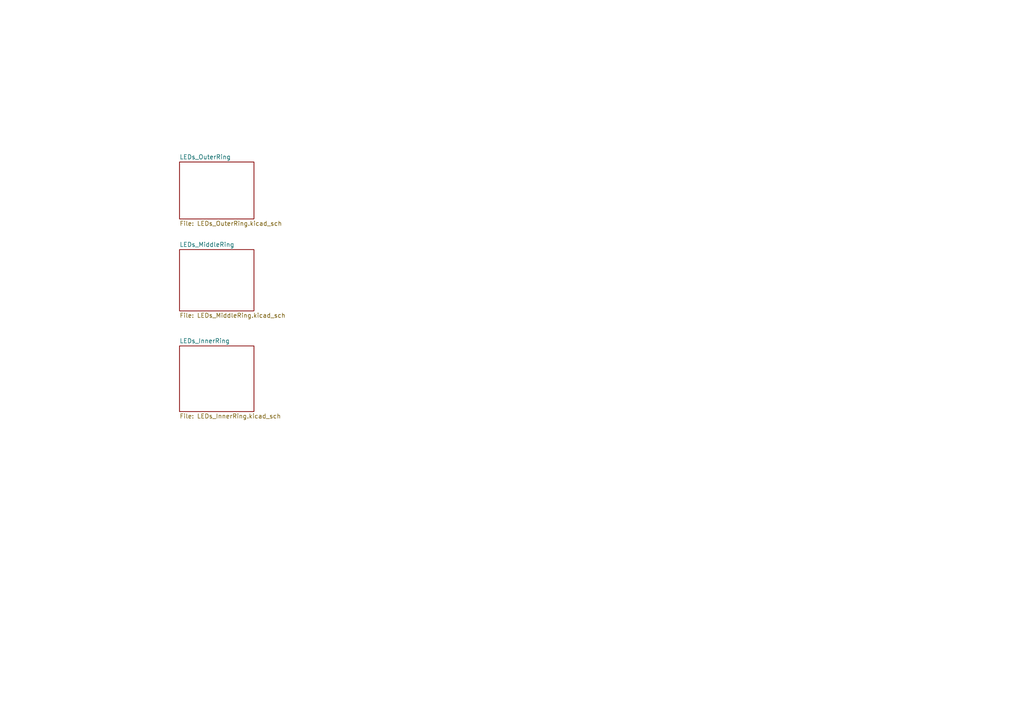
<source format=kicad_sch>
(kicad_sch
	(version 20231120)
	(generator "eeschema")
	(generator_version "8.0")
	(uuid "0d8b4d58-d2ed-4ddf-9833-572a4f5c850f")
	(paper "A4")
	(title_block
		(date "2024-02-29")
		(rev "1")
	)
	(lib_symbols)
	(sheet
		(at 52.07 46.99)
		(size 21.59 16.51)
		(fields_autoplaced yes)
		(stroke
			(width 0.1524)
			(type solid)
		)
		(fill
			(color 0 0 0 0.0000)
		)
		(uuid "360373dc-6844-455f-b20a-39cf2b489677")
		(property "Sheetname" "LEDs_OuterRing"
			(at 52.07 46.2784 0)
			(effects
				(font
					(size 1.27 1.27)
				)
				(justify left bottom)
			)
		)
		(property "Sheetfile" "LEDs_OuterRing.kicad_sch"
			(at 52.07 64.0846 0)
			(effects
				(font
					(size 1.27 1.27)
				)
				(justify left top)
			)
		)
		(instances
			(project "Pomodoro_V1"
				(path "/8b8515f0-2a7a-4fc4-bc5a-86877c499298/229321d6-581c-43f0-99a7-d20c362b1348"
					(page "6")
				)
			)
		)
	)
	(sheet
		(at 52.07 72.39)
		(size 21.59 17.78)
		(fields_autoplaced yes)
		(stroke
			(width 0.1524)
			(type solid)
		)
		(fill
			(color 0 0 0 0.0000)
		)
		(uuid "46bb6057-71f5-4b5d-9798-ba809e1ba058")
		(property "Sheetname" "LEDs_MiddleRing"
			(at 52.07 71.6784 0)
			(effects
				(font
					(size 1.27 1.27)
				)
				(justify left bottom)
			)
		)
		(property "Sheetfile" "LEDs_MiddleRing.kicad_sch"
			(at 52.07 90.7546 0)
			(effects
				(font
					(size 1.27 1.27)
				)
				(justify left top)
			)
		)
		(instances
			(project "Pomodoro_V1"
				(path "/8b8515f0-2a7a-4fc4-bc5a-86877c499298/229321d6-581c-43f0-99a7-d20c362b1348"
					(page "7")
				)
			)
		)
	)
	(sheet
		(at 52.07 100.33)
		(size 21.59 19.05)
		(fields_autoplaced yes)
		(stroke
			(width 0.1524)
			(type solid)
		)
		(fill
			(color 0 0 0 0.0000)
		)
		(uuid "e017012d-e48e-4e14-a006-0fecebf06543")
		(property "Sheetname" "LEDs_InnerRing"
			(at 52.07 99.6184 0)
			(effects
				(font
					(size 1.27 1.27)
				)
				(justify left bottom)
			)
		)
		(property "Sheetfile" "LEDs_InnerRing.kicad_sch"
			(at 52.07 119.9646 0)
			(effects
				(font
					(size 1.27 1.27)
				)
				(justify left top)
			)
		)
		(instances
			(project "Pomodoro_V1"
				(path "/8b8515f0-2a7a-4fc4-bc5a-86877c499298/229321d6-581c-43f0-99a7-d20c362b1348"
					(page "8")
				)
			)
		)
	)
)
</source>
